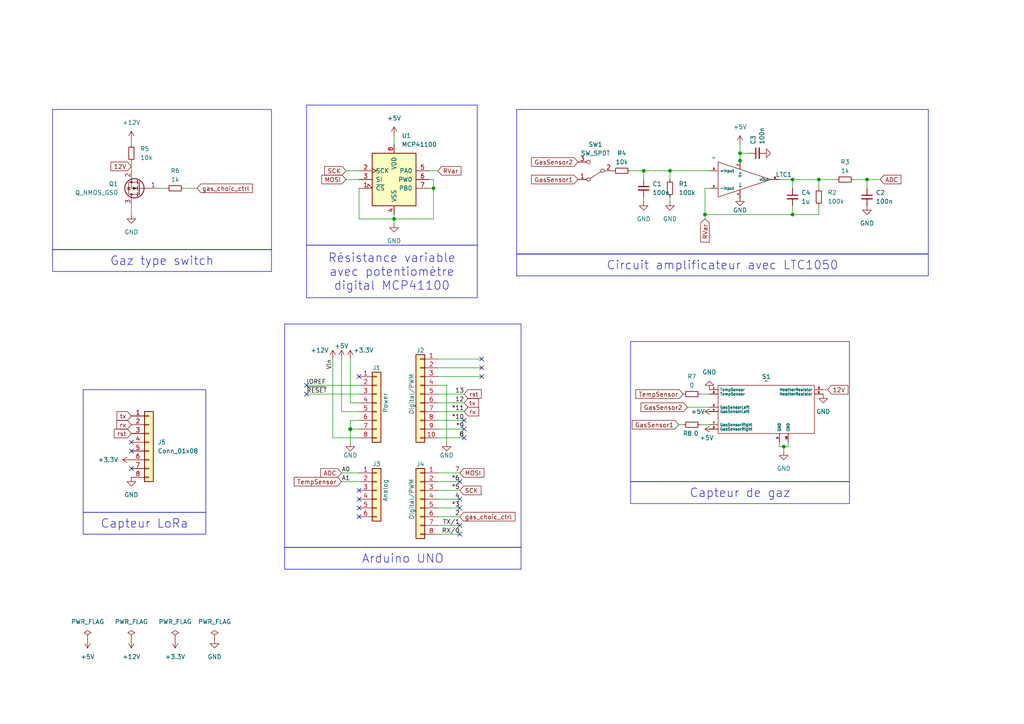
<source format=kicad_sch>
(kicad_sch (version 20231120) (generator "eeschema") (generator_version "8.0")
  (paper "A4")
  (title_block (title "Badr Cyril Cédric Brian") (date "2024-12-17") (company "INSA Toulouse"))
  (lib_symbols
    (symbol "+5V_1" (power) (pin_names (offset 0))
      (property "Value" "+5V_1" (at 0 3.556 0))
      (symbol "+5V_1_0_1"
        (polyline (pts (xy -0.762 1.27) (xy 0 2.54)))
        (polyline (pts (xy 0 0) (xy 0 2.54)))
        (polyline (pts (xy 0 2.54) (xy 0.762 1.27)))
      )
      (symbol "+5V_1_1_1"
        (pin power_in line (at 0 0 90) (length 0) hide (name "+5V") (number "1"))
      )
    )
    (symbol "+5V_2" (power) (pin_names (offset 0))
      (property "Value" "+5V_2" (at 0 3.556 0))
      (symbol "+5V_2_0_1"
        (polyline (pts (xy -0.762 1.27) (xy 0 2.54)))
        (polyline (pts (xy 0 0) (xy 0 2.54)))
        (polyline (pts (xy 0 2.54) (xy 0.762 1.27)))
      )
      (symbol "+5V_2_1_1"
        (pin power_in line (at 0 0 90) (length 0) hide (name "+5V") (number "1"))
      )
    )
    (symbol "Connector_Generic:Conn_01x06" (pin_names (offset 1.016) hide)
      (property "Reference" "J" (at 0 7.62 0))
      (property "Value" "Conn_01x06" (at 0 -10.16 0))
      (symbol "Conn_01x06_1_1"
        (rectangle (start -1.27 -7.493) (end 0 -7.747) (stroke (width 0.1524)))
        (rectangle (start -1.27 -4.953) (end 0 -5.207) (stroke (width 0.1524)))
        (rectangle (start -1.27 -2.413) (end 0 -2.667) (stroke (width 0.1524)))
        (rectangle (start -1.27 0.127) (end 0 -0.127) (stroke (width 0.1524)))
        (rectangle (start -1.27 2.667) (end 0 2.413) (stroke (width 0.1524)))
        (rectangle (start -1.27 5.207) (end 0 4.953) (stroke (width 0.1524)))
        (rectangle (start -1.27 6.35) (end 1.27 -8.89) (stroke (width 0.254)) (fill (type background)))
        (pin passive line (at -5.08 5.08 0) (length 3.81) (name "Pin_1") (number "1"))
        (pin passive line (at -5.08 2.54 0) (length 3.81) (name "Pin_2") (number "2"))
        (pin passive line (at -5.08 0 0) (length 3.81) (name "Pin_3") (number "3"))
        (pin passive line (at -5.08 -2.54 0) (length 3.81) (name "Pin_4") (number "4"))
        (pin passive line (at -5.08 -5.08 0) (length 3.81) (name "Pin_5") (number "5"))
        (pin passive line (at -5.08 -7.62 0) (length 3.81) (name "Pin_6") (number "6"))
      )
    )
    (symbol "Connector_Generic:Conn_01x08" (pin_names (offset 1.016) hide)
      (property "Reference" "J" (at 0 10.16 0))
      (property "Value" "Conn_01x08" (at 0 -12.7 0))
      (symbol "Conn_01x08_1_1"
        (rectangle (start -1.27 -10.033) (end 0 -10.287) (stroke (width 0.1524)))
        (rectangle (start -1.27 -7.493) (end 0 -7.747) (stroke (width 0.1524)))
        (rectangle (start -1.27 -4.953) (end 0 -5.207) (stroke (width 0.1524)))
        (rectangle (start -1.27 -2.413) (end 0 -2.667) (stroke (width 0.1524)))
        (rectangle (start -1.27 0.127) (end 0 -0.127) (stroke (width 0.1524)))
        (rectangle (start -1.27 2.667) (end 0 2.413) (stroke (width 0.1524)))
        (rectangle (start -1.27 5.207) (end 0 4.953) (stroke (width 0.1524)))
        (rectangle (start -1.27 7.747) (end 0 7.493) (stroke (width 0.1524)))
        (rectangle (start -1.27 8.89) (end 1.27 -11.43) (stroke (width 0.254)) (fill (type background)))
        (pin passive line (at -5.08 7.62 0) (length 3.81) (name "Pin_1") (number "1"))
        (pin passive line (at -5.08 5.08 0) (length 3.81) (name "Pin_2") (number "2"))
        (pin passive line (at -5.08 2.54 0) (length 3.81) (name "Pin_3") (number "3"))
        (pin passive line (at -5.08 0 0) (length 3.81) (name "Pin_4") (number "4"))
        (pin passive line (at -5.08 -2.54 0) (length 3.81) (name "Pin_5") (number "5"))
        (pin passive line (at -5.08 -5.08 0) (length 3.81) (name "Pin_6") (number "6"))
        (pin passive line (at -5.08 -7.62 0) (length 3.81) (name "Pin_7") (number "7"))
        (pin passive line (at -5.08 -10.16 0) (length 3.81) (name "Pin_8") (number "8"))
      )
    )
    (symbol "Connector_Generic:Conn_01x10" (pin_names (offset 1.016) hide)
      (property "Reference" "J" (at 0 12.7 0))
      (property "Value" "Conn_01x10" (at 0 -15.24 0))
      (symbol "Conn_01x10_1_1"
        (rectangle (start -1.27 -12.573) (end 0 -12.827) (stroke (width 0.1524)))
        (rectangle (start -1.27 -10.033) (end 0 -10.287) (stroke (width 0.1524)))
        (rectangle (start -1.27 -7.493) (end 0 -7.747) (stroke (width 0.1524)))
        (rectangle (start -1.27 -4.953) (end 0 -5.207) (stroke (width 0.1524)))
        (rectangle (start -1.27 -2.413) (end 0 -2.667) (stroke (width 0.1524)))
        (rectangle (start -1.27 0.127) (end 0 -0.127) (stroke (width 0.1524)))
        (rectangle (start -1.27 2.667) (end 0 2.413) (stroke (width 0.1524)))
        (rectangle (start -1.27 5.207) (end 0 4.953) (stroke (width 0.1524)))
        (rectangle (start -1.27 7.747) (end 0 7.493) (stroke (width 0.1524)))
        (rectangle (start -1.27 10.287) (end 0 10.033) (stroke (width 0.1524)))
        (rectangle (start -1.27 11.43) (end 1.27 -13.97) (stroke (width 0.254)) (fill (type background)))
        (pin passive line (at -5.08 10.16 0) (length 3.81) (name "Pin_1") (number "1"))
        (pin passive line (at -5.08 -12.7 0) (length 3.81) (name "Pin_10") (number "10"))
        (pin passive line (at -5.08 7.62 0) (length 3.81) (name "Pin_2") (number "2"))
        (pin passive line (at -5.08 5.08 0) (length 3.81) (name "Pin_3") (number "3"))
        (pin passive line (at -5.08 2.54 0) (length 3.81) (name "Pin_4") (number "4"))
        (pin passive line (at -5.08 0 0) (length 3.81) (name "Pin_5") (number "5"))
        (pin passive line (at -5.08 -2.54 0) (length 3.81) (name "Pin_6") (number "6"))
        (pin passive line (at -5.08 -5.08 0) (length 3.81) (name "Pin_7") (number "7"))
        (pin passive line (at -5.08 -7.62 0) (length 3.81) (name "Pin_8") (number "8"))
        (pin passive line (at -5.08 -10.16 0) (length 3.81) (name "Pin_9") (number "9"))
      )
    )
    (symbol "Device:C_Small" (pin_numbers hide) (pin_names (offset 0.254) hide)
      (property "Reference" "C" (at 0.254 1.778 0))
      (property "Value" "C_Small" (at 0.254 -2.032 0))
      (symbol "C_Small_0_1"
        (polyline (pts (xy -1.524 -0.508) (xy 1.524 -0.508)) (stroke (width 0.3302)))
        (polyline (pts (xy -1.524 0.508) (xy 1.524 0.508)) (stroke (width 0.3048)))
      )
      (symbol "C_Small_1_1"
        (pin passive line (at 0 2.54 270) (length 2.032) (name "~") (number "1"))
        (pin passive line (at 0 -2.54 90) (length 2.032) (name "~") (number "2"))
      )
    )
    (symbol "Device:Q_NMOS_GSD" (pin_names (offset 0) hide)
      (property "Reference" "Q" (at 5.08 1.27 0))
      (property "Value" "Q_NMOS_GSD" (at 5.08 -1.27 0))
      (symbol "Q_NMOS_GSD_0_1"
        (polyline (pts (xy 0.254 0) (xy -2.54 0)))
        (polyline (pts (xy 0.254 1.905) (xy 0.254 -1.905)) (stroke (width 0.254)))
        (polyline (pts (xy 0.762 -1.27) (xy 0.762 -2.286)) (stroke (width 0.254)))
        (polyline (pts (xy 0.762 0.508) (xy 0.762 -0.508)) (stroke (width 0.254)))
        (polyline (pts (xy 0.762 2.286) (xy 0.762 1.27)) (stroke (width 0.254)))
        (polyline (pts (xy 2.54 2.54) (xy 2.54 1.778)))
        (polyline (pts (xy 2.54 -2.54) (xy 2.54 0) (xy 0.762 0)))
        (polyline (pts (xy 0.762 -1.778) (xy 3.302 -1.778) (xy 3.302 1.778) (xy 0.762 1.778)))
        (polyline (pts (xy 1.016 0) (xy 2.032 0.381) (xy 2.032 -0.381) (xy 1.016 0)) (fill (type outline)))
        (polyline (pts (xy 2.794 0.508) (xy 2.921 0.381) (xy 3.683 0.381) (xy 3.81 0.254)))
        (polyline (pts (xy 3.302 0.381) (xy 2.921 -0.254) (xy 3.683 -0.254) (xy 3.302 0.381)))
        (circle (center 1.651 0) (radius 2.794) (stroke (width 0.254)))
        (circle (center 2.54 -1.778) (radius 0.254) (fill (type outline)))
        (circle (center 2.54 1.778) (radius 0.254) (fill (type outline)))
      )
      (symbol "Q_NMOS_GSD_1_1"
        (pin input line (at -5.08 0 0) (length 2.54) (name "G") (number "1"))
        (pin passive line (at 2.54 -5.08 90) (length 2.54) (name "S") (number "2"))
        (pin passive line (at 2.54 5.08 270) (length 2.54) (name "D") (number "3"))
      )
    )
    (symbol "Device:R_Small" (pin_numbers hide) (pin_names (offset 0.254) hide)
      (property "Reference" "R" (at 0.762 0.508 0))
      (property "Value" "R_Small" (at 0.762 -1.016 0))
      (symbol "R_Small_0_1"
        (rectangle (start -0.762 1.778) (end 0.762 -1.778) (stroke (width 0.2032)))
      )
      (symbol "R_Small_1_1"
        (pin passive line (at 0 2.54 270) (length 0.762) (name "~") (number "1"))
        (pin passive line (at 0 -2.54 90) (length 0.762) (name "~") (number "2"))
      )
    )
    (symbol "GND_1" (power) (pin_names (offset 0))
      (property "Value" "GND_1" (at 0 -3.81 0))
      (symbol "GND_1_0_1"
        (polyline (pts (xy 0 0) (xy 0 -1.27) (xy 1.27 -1.27) (xy 0 -2.54) (xy -1.27 -1.27) (xy 0 -1.27)))
      )
      (symbol "GND_1_1_1"
        (pin power_in line (at 0 0 270) (length 0) hide (name "GND") (number "1"))
      )
    )
    (symbol "GND_10" (power) (pin_names (offset 0))
      (property "Value" "GND_10" (at 0 -3.81 0))
      (symbol "GND_10_0_1"
        (polyline (pts (xy 0 0) (xy 0 -1.27) (xy 1.27 -1.27) (xy 0 -2.54) (xy -1.27 -1.27) (xy 0 -1.27)))
      )
      (symbol "GND_10_1_1"
        (pin power_in line (at 0 0 270) (length 0) hide (name "GND") (number "1"))
      )
    )
    (symbol "GND_2" (power) (pin_names (offset 0))
      (property "Value" "GND_2" (at 0 -3.81 0))
      (symbol "GND_2_0_1"
        (polyline (pts (xy 0 0) (xy 0 -1.27) (xy 1.27 -1.27) (xy 0 -2.54) (xy -1.27 -1.27) (xy 0 -1.27)))
      )
      (symbol "GND_2_1_1"
        (pin power_in line (at 0 0 270) (length 0) hide (name "GND") (number "1"))
      )
    )
    (symbol "GND_3" (power) (pin_names (offset 0))
      (property "Value" "GND_3" (at 0 -3.81 0))
      (symbol "GND_3_0_1"
        (polyline (pts (xy 0 0) (xy 0 -1.27) (xy 1.27 -1.27) (xy 0 -2.54) (xy -1.27 -1.27) (xy 0 -1.27)))
      )
      (symbol "GND_3_1_1"
        (pin power_in line (at 0 0 270) (length 0) hide (name "GND") (number "1"))
      )
    )
    (symbol "GND_4" (power) (pin_names (offset 0))
      (property "Value" "GND_4" (at 0 -3.81 0))
      (symbol "GND_4_0_1"
        (polyline (pts (xy 0 0) (xy 0 -1.27) (xy 1.27 -1.27) (xy 0 -2.54) (xy -1.27 -1.27) (xy 0 -1.27)))
      )
      (symbol "GND_4_1_1"
        (pin power_in line (at 0 0 270) (length 0) hide (name "GND") (number "1"))
      )
    )
    (symbol "GND_5" (power) (pin_names (offset 0))
      (property "Value" "GND_5" (at 0 -3.81 0))
      (symbol "GND_5_0_1"
        (polyline (pts (xy 0 0) (xy 0 -1.27) (xy 1.27 -1.27) (xy 0 -2.54) (xy -1.27 -1.27) (xy 0 -1.27)))
      )
      (symbol "GND_5_1_1"
        (pin power_in line (at 0 0 270) (length 0) hide (name "GND") (number "1"))
      )
    )
    (symbol "GND_6" (power) (pin_names (offset 0))
      (property "Value" "GND_6" (at 0 -3.81 0))
      (symbol "GND_6_0_1"
        (polyline (pts (xy 0 0) (xy 0 -1.27) (xy 1.27 -1.27) (xy 0 -2.54) (xy -1.27 -1.27) (xy 0 -1.27)))
      )
      (symbol "GND_6_1_1"
        (pin power_in line (at 0 0 270) (length 0) hide (name "GND") (number "1"))
      )
    )
    (symbol "GND_7" (power) (pin_names (offset 0))
      (property "Value" "GND_7" (at 0 -3.81 0))
      (symbol "GND_7_0_1"
        (polyline (pts (xy 0 0) (xy 0 -1.27) (xy 1.27 -1.27) (xy 0 -2.54) (xy -1.27 -1.27) (xy 0 -1.27)))
      )
      (symbol "GND_7_1_1"
        (pin power_in line (at 0 0 270) (length 0) hide (name "GND") (number "1"))
      )
    )
    (symbol "GND_8" (power) (pin_names (offset 0))
      (property "Value" "GND_8" (at 0 -3.81 0))
      (symbol "GND_8_0_1"
        (polyline (pts (xy 0 0) (xy 0 -1.27) (xy 1.27 -1.27) (xy 0 -2.54) (xy -1.27 -1.27) (xy 0 -1.27)))
      )
      (symbol "GND_8_1_1"
        (pin power_in line (at 0 0 270) (length 0) hide (name "GND") (number "1"))
      )
    )
    (symbol "GND_9" (power) (pin_names (offset 0))
      (property "Value" "GND_9" (at 0 -3.81 0))
      (symbol "GND_9_0_1"
        (polyline (pts (xy 0 0) (xy 0 -1.27) (xy 1.27 -1.27) (xy 0 -2.54) (xy -1.27 -1.27) (xy 0 -1.27)))
      )
      (symbol "GND_9_1_1"
        (pin power_in line (at 0 0 270) (length 0) hide (name "GND") (number "1"))
      )
    )
    (symbol "LTC1050_1"
      (property "Reference" "LTC1050" (at -1.27 0 0))
      (symbol "LTC1050_1_0_1"
        (polyline (pts (xy 1.27 -1.27) (xy 1.27 -11.43) (xy 16.51 -6.35) (xy 1.27 -1.27)))
      )
      (symbol "LTC1050_1_1_1"
        (pin input line (at -1.27 -8.89 0) (length 2.54) (name "-input") (number "2"))
        (pin input line (at -1.27 -3.81 0) (length 2.54) (name "+input") (number "3"))
        (pin input line (at 7.62 -11.85 90) (length 2.54) (name "v-") (number "4"))
        (pin output line (at 19.05 -6.35 180) (length 2.54) (name "vOut") (number "6"))
        (pin input line (at 7.62 -0.85 270) (length 2.54) (name "V+") (number "7"))
      )
    )
    (symbol "Potentiometer_Digital:MCP41100" (pin_names (offset 1.016))
      (property "Reference" "U" (at -6.35 8.89 0))
      (property "Value" "MCP41100" (at 1.27 8.89 0))
      (symbol "MCP41100_0_1"
        (rectangle (start -6.35 7.62) (end 6.35 -7.62) (stroke (width 0.254)) (fill (type background)))
      )
      (symbol "MCP41100_1_1"
        (pin input input_low (at -10.16 -2.54 0) (length 3.81) (name "~{CS}") (number "1"))
        (pin passive clock (at -10.16 2.54 0) (length 3.81) (name "SCK") (number "2"))
        (pin input line (at -10.16 0 0) (length 3.81) (name "SI") (number "3"))
        (pin power_in line (at 0 -10.16 90) (length 2.54) (name "VSS") (number "4"))
        (pin passive line (at 10.16 2.54 180) (length 3.81) (name "PA0") (number "5"))
        (pin passive line (at 10.16 0 180) (length 3.81) (name "PW0") (number "6"))
        (pin passive line (at 10.16 -2.54 180) (length 3.81) (name "PB0") (number "7"))
        (pin power_in line (at 0 10.16 270) (length 2.54) (name "VDD") (number "8"))
      )
    )
    (symbol "Switch:SW_SPDT" (pin_names (offset 0) hide)
      (property "Reference" "SW" (at 0 4.318 0))
      (property "Value" "SW_SPDT" (at 0 -5.08 0))
      (symbol "SW_SPDT_0_0"
        (circle (center -2.032 0) (radius 0.508))
        (circle (center 2.032 -2.54) (radius 0.508))
      )
      (symbol "SW_SPDT_0_1"
        (polyline (pts (xy -1.524 0.254) (xy 1.651 2.286)))
        (circle (center 2.032 2.54) (radius 0.508))
      )
      (symbol "SW_SPDT_1_1"
        (pin passive line (at 5.08 2.54 180) (length 2.54) (name "A") (number "1"))
        (pin passive line (at -5.08 0 0) (length 2.54) (name "B") (number "2"))
        (pin passive line (at 5.08 -2.54 180) (length 2.54) (name "C") (number "3"))
      )
    )
    (symbol "my_library:sensor_AIME"
      (property "Reference" "S" (at 0 2.54 0))
      (symbol "sensor_AIME_0_1"
        (polyline (pts (xy 0 -1.27) (xy -13.97 -1.27) (xy -13.97 -15.24) (xy 13.97 -15.24) (xy 13.97 -1.27) (xy 0 -1.27)))
      )
      (symbol "sensor_AIME_1_1"
        (pin passive line (at -16.51 -2.54 0) (length 2.54) (name "TempSensor") (number "1"))
        (pin power_in line (at 6.35 -17.78 90) (length 2.54) (name "GND") (number "10"))
        (pin passive line (at -16.51 -7.62 0) (length 2.54) (name "GasSensorLeft") (number "2"))
        (pin passive line (at 16.51 -2.54 180) (length 2.54) (name "HeatherResistor") (number "3"))
        (pin passive line (at -16.51 -8.89 0) (length 2.54) (name "GasSensorLeft") (number "4"))
        (pin power_in line (at 3.81 -17.78 90) (length 2.54) (name "GND") (number "5"))
        (pin passive line (at -16.51 -3.81 0) (length 2.54) (name "TempSensor") (number "6"))
        (pin passive line (at -16.51 -12.7 0) (length 2.54) (name "GasSensorRight") (number "7"))
        (pin passive line (at 16.51 -3.81 180) (length 2.54) (name "HeatherResistor") (number "8"))
        (pin passive line (at -16.51 -13.97 0) (length 2.54) (name "GasSensorRight") (number "9"))
      )
    )
    (symbol "power:+12V" (power) (pin_names (offset 0))
      (property "Value" "+12V" (at 0 3.556 0))
      (symbol "+12V_0_1"
        (polyline (pts (xy -0.762 1.27) (xy 0 2.54)))
        (polyline (pts (xy 0 0) (xy 0 2.54)))
        (polyline (pts (xy 0 2.54) (xy 0.762 1.27)))
      )
      (symbol "+12V_1_1"
        (pin power_in line (at 0 0 90) (length 0) hide (name "+12V") (number "1"))
      )
    )
    (symbol "power:+3.3V" (power) (pin_names (offset 0))
      (property "Value" "+3.3V" (at 0 3.556 0))
      (symbol "+3.3V_0_1"
        (polyline (pts (xy -0.762 1.27) (xy 0 2.54)))
        (polyline (pts (xy 0 0) (xy 0 2.54)))
        (polyline (pts (xy 0 2.54) (xy 0.762 1.27)))
      )
      (symbol "+3.3V_1_1"
        (pin power_in line (at 0 0 90) (length 0) hide (name "+3.3V") (number "1"))
      )
    )
    (symbol "power:GND" (power) (pin_names (offset 0))
      (property "Value" "GND" (at 0 -3.81 0))
      (symbol "GND_0_1"
        (polyline (pts (xy 0 0) (xy 0 -1.27) (xy 1.27 -1.27) (xy 0 -2.54) (xy -1.27 -1.27) (xy 0 -1.27)))
      )
      (symbol "GND_1_1"
        (pin power_in line (at 0 0 270) (length 0) hide (name "GND") (number "1"))
      )
    )
    (symbol "power:PWR_FLAG" (power) (pin_numbers hide) (pin_names (offset 0) hide)
      (property "Value" "PWR_FLAG" (at 0 3.81 0))
      (symbol "PWR_FLAG_0_0"
        (pin power_out line (at 0 0 90) (length 0) (name "pwr") (number "1"))
      )
      (symbol "PWR_FLAG_0_1"
        (polyline (pts (xy 0 0) (xy 0 1.27) (xy -1.016 1.905) (xy 0 2.54) (xy 1.016 1.905) (xy 0 1.27)))
      )
    )
  )
  (junction (at 194.31 49.53))
  (junction (at 229.87 52.07))
  (junction (at 251.46 52.07))
  (junction (at 237.49 52.07))
  (junction (at 101.6 124.46) (diameter 1.016))
  (junction (at 114.3 63.5))
  (junction (at 214.63 46.57))
  (junction (at 125.73 54.61))
  (junction (at 227.33 129.54))
  (junction (at 229.87 62.23))
  (junction (at 186.69 49.53))
  (junction (at 214.63 44.45))
  (junction (at 204.47 62.23))
  (no_connect (at 104.14 142.24))
  (no_connect (at 104.14 149.86))
  (no_connect (at 104.14 144.78))
  (no_connect (at 134.62 124.46))
  (no_connect (at 88.9 114.3))
  (no_connect (at 139.7 106.68))
  (no_connect (at 139.7 109.22))
  (no_connect (at 133.35 147.32))
  (no_connect (at 38.1 128.27))
  (no_connect (at 38.1 135.89))
  (no_connect (at 134.62 127))
  (no_connect (at 133.35 152.4))
  (no_connect (at 133.35 139.7))
  (no_connect (at 133.35 154.94))
  (no_connect (at 38.1 130.81))
  (no_connect (at 104.14 147.32))
  (no_connect (at 88.9 111.76))
  (no_connect (at 134.62 121.92))
  (no_connect (at 104.14 109.22))
  (no_connect (at 139.7 104.14))
  (no_connect (at 133.35 144.78))
  (wire (pts (xy 127 154.94) (xy 133.35 154.94)))
  (wire (pts (xy 124.46 52.07) (xy 125.73 52.07)))
  (wire (pts (xy 227.33 129.54) (xy 227.33 130.81)))
  (wire (pts (xy 186.69 57.15) (xy 186.69 58.42)))
  (wire (pts (xy 127 121.92) (xy 134.62 121.92)))
  (wire (pts (xy 214.63 46.57) (xy 214.63 46.99)))
  (wire (pts (xy 127 104.14) (xy 139.7 104.14)))
  (wire (pts (xy 203.2 123.19) (xy 205.74 123.19)))
  (wire (pts (xy 127 137.16) (xy 133.35 137.16)))
  (wire (pts (xy 101.6 121.92) (xy 101.6 124.46)))
  (wire (pts (xy 204.47 62.23) (xy 229.87 62.23)))
  (wire (pts (xy 104.14 54.61) (xy 104.14 63.5)))
  (wire (pts (xy 207.01 124.46) (xy 205.74 124.46)))
  (wire (pts (xy 247.65 52.07) (xy 251.46 52.07)))
  (wire (pts (xy 237.49 52.07) (xy 242.57 52.07)))
  (wire (pts (xy 124.46 49.53) (xy 127 49.53)))
  (wire (pts (xy 199.39 118.11) (xy 205.74 118.11)))
  (wire (pts (xy 198.12 123.19) (xy 196.85 123.19)))
  (wire (pts (xy 127 142.24) (xy 133.35 142.24)))
  (wire (pts (xy 101.6 124.46) (xy 101.6 128.27)))
  (wire (pts (xy 229.87 59.69) (xy 229.87 62.23)))
  (wire (pts (xy 101.6 116.84) (xy 104.14 116.84)))
  (wire (pts (xy 214.63 41.91) (xy 214.63 44.45)))
  (wire (pts (xy 194.31 57.15) (xy 194.31 58.42)))
  (wire (pts (xy 99.06 119.38) (xy 104.14 119.38)))
  (wire (pts (xy 204.47 62.23) (xy 204.47 54.61)))
  (wire (pts (xy 99.06 104.14) (xy 99.06 119.38)))
  (wire (pts (xy 251.46 52.07) (xy 255.27 52.07)))
  (wire (pts (xy 127 114.3) (xy 134.62 114.3)))
  (wire (pts (xy 100.33 49.53) (xy 104.14 49.53)))
  (wire (pts (xy 101.6 104.14) (xy 101.6 116.84)))
  (wire (pts (xy 45.72 54.61) (xy 48.26 54.61)))
  (wire (pts (xy 104.14 137.16) (xy 99.06 137.16)))
  (wire (pts (xy 127 116.84) (xy 134.62 116.84)))
  (wire (pts (xy 127 139.7) (xy 133.35 139.7)))
  (wire (pts (xy 226.06 52.07) (xy 229.87 52.07)))
  (wire (pts (xy 186.69 49.53) (xy 194.31 49.53)))
  (wire (pts (xy 227.33 129.54) (xy 228.6 129.54)))
  (wire (pts (xy 114.3 62.23) (xy 114.3 63.5)))
  (wire (pts (xy 237.49 59.69) (xy 237.49 62.23)))
  (wire (pts (xy 127 124.46) (xy 134.62 124.46)))
  (wire (pts (xy 207.01 119.38) (xy 205.74 119.38)))
  (wire (pts (xy 114.3 63.5) (xy 114.3 64.77)))
  (wire (pts (xy 127 144.78) (xy 133.35 144.78)))
  (wire (pts (xy 100.33 52.07) (xy 104.14 52.07)))
  (wire (pts (xy 88.9 111.76) (xy 104.14 111.76)))
  (wire (pts (xy 220.98 44.45) (xy 222.25 44.45)))
  (wire (pts (xy 240.03 113.03) (xy 238.76 113.03)))
  (wire (pts (xy 129.54 111.76) (xy 129.54 128.27)))
  (wire (pts (xy 226.06 129.54) (xy 227.33 129.54)))
  (wire (pts (xy 125.73 52.07) (xy 125.73 54.61)))
  (wire (pts (xy 127 109.22) (xy 139.7 109.22)))
  (wire (pts (xy 88.9 114.3) (xy 104.14 114.3)))
  (wire (pts (xy 204.47 63.5) (xy 204.47 62.23)))
  (wire (pts (xy 125.73 63.5) (xy 114.3 63.5)))
  (wire (pts (xy 104.14 124.46) (xy 101.6 124.46)))
  (wire (pts (xy 237.49 52.07) (xy 237.49 54.61)))
  (wire (pts (xy 114.3 39.37) (xy 114.3 41.91)))
  (wire (pts (xy 214.63 44.45) (xy 214.63 46.57)))
  (wire (pts (xy 125.73 54.61) (xy 125.73 63.5)))
  (wire (pts (xy 104.14 127) (xy 96.52 127)))
  (wire (pts (xy 99.06 139.7) (xy 104.14 139.7)))
  (wire (pts (xy 229.87 62.23) (xy 237.49 62.23)))
  (wire (pts (xy 226.06 128.27) (xy 226.06 129.54)))
  (wire (pts (xy 53.34 54.61) (xy 57.15 54.61)))
  (wire (pts (xy 251.46 52.07) (xy 251.46 54.61)))
  (wire (pts (xy 186.69 49.53) (xy 186.69 52.07)))
  (wire (pts (xy 214.63 44.45) (xy 217.17 44.45)))
  (wire (pts (xy 127 111.76) (xy 129.54 111.76)))
  (wire (pts (xy 104.14 121.92) (xy 101.6 121.92)))
  (wire (pts (xy 214.63 57.57) (xy 214.63 57.15)))
  (wire (pts (xy 127 119.38) (xy 134.62 119.38)))
  (wire (pts (xy 228.6 128.27) (xy 228.6 129.54)))
  (wire (pts (xy 229.87 52.07) (xy 237.49 52.07)))
  (wire (pts (xy 125.73 54.61) (xy 124.46 54.61)))
  (wire (pts (xy 229.87 52.07) (xy 229.87 54.61)))
  (wire (pts (xy 205.74 49.53) (xy 194.31 49.53)))
  (wire (pts (xy 38.1 40.64) (xy 38.1 41.91)))
  (wire (pts (xy 127 106.68) (xy 139.7 106.68)))
  (wire (pts (xy 204.47 54.61) (xy 205.74 54.61)))
  (wire (pts (xy 127 149.86) (xy 133.35 149.86)))
  (wire (pts (xy 127 147.32) (xy 133.35 147.32)))
  (wire (pts (xy 38.1 59.69) (xy 38.1 62.23)))
  (wire (pts (xy 203.2 114.3) (xy 205.74 114.3)))
  (wire (pts (xy 38.1 46.99) (xy 38.1 49.53)))
  (wire (pts (xy 104.14 63.5) (xy 114.3 63.5)))
  (wire (pts (xy 194.31 49.53) (xy 194.31 52.07)))
  (wire (pts (xy 127 152.4) (xy 133.35 152.4)))
  (wire (pts (xy 96.52 127) (xy 96.52 104.14)))
  (wire (pts (xy 182.88 49.53) (xy 186.69 49.53)))
  (wire (pts (xy 127 127) (xy 134.62 127)))
  (rectangle (start 24.13 113.03) (end 59.69 148.59))
  (rectangle (start 82.55 93.98) (end 151.13 158.75))
  (rectangle (start 15.24 31.75) (end 78.74 72.39))
  (rectangle (start 149.86 31.75) (end 269.24 73.66))
  (rectangle (start 182.88 99.06) (end 246.38 139.7))
  (rectangle (start 88.9 30.48) (end 138.43 71.12))
  (text_box "Capteur de gaz\n" (at 182.88 139.7 0) (size 63.5 6.35) (effects (font (size 2.5 2.5))))
  (text_box "Circuit amplificateur avec LTC1050\n\n" (at 149.86 73.66 0) (size 119.38 6.35) (effects (font (size 2.5 2.5))))
  (text_box "Capteur LoRa\n\n" (at 24.13 148.59 0) (size 35.56 6.35) (effects (font (size 2.5 2.5))))
  (text_box "Résistance variable avec potentiomètre digital MCP41100\n\n" (at 88.9 71.12 0) (size 49.53 15.24) (effects (font (size 2.5 2.5))))
  (text_box "Arduino UNO" (at 82.55 158.75 0) (size 68.58 6.35) (effects (font (size 2.5 2.5))))
  (text_box "Gaz type switch\n" (at 15.24 72.39 0) (size 63.5 6.35) (effects (font (size 2.5 2.5))))
  (label "RX{slash}0" (at 133.35 154.94 180))
  (label "4" (at 133.35 144.78 180))
  (label "2" (at 133.35 149.86 180))
  (label "13" (at 134.62 114.3 180))
  (label "12" (at 134.62 116.84 180))
  (label "~{RESET}" (at 88.9 114.3 0))
  (label "*10" (at 134.62 121.92 180))
  (label "7" (at 133.35 137.16 180))
  (label "8" (at 134.62 127 180))
  (label "*11" (at 134.62 119.38 180))
  (label "*3" (at 133.35 147.32 180))
  (label "A1" (at 99.06 139.7 0))
  (label "TX{slash}1" (at 133.35 152.4 180))
  (label "A0" (at 99.06 137.16 0))
  (label "Vin" (at 96.52 104.14 270))
  (label "*6" (at 133.35 139.7 180))
  (label "*9" (at 134.62 124.46 180))
  (label "*5" (at 133.35 142.24 180))
  (label "IOREF" (at 88.9 111.76 0))
  (global_label "rx" (shape input) (at 38.1 123.19 180) (property "Intersheetrefs" "${INTERSHEET_REFS}" (effects (hide yes))))
  (global_label "RVar" (shape input) (at 204.47 63.5 270) (property "Intersheetrefs" "${INTERSHEET_REFS}" (effects (hide yes))))
  (global_label "12V" (shape input) (at 38.1 48.26 180) (property "Intersheetrefs" "${INTERSHEET_REFS}" (effects (hide yes))))
  (global_label "12V" (shape input) (at 240.03 113.03 0) (property "Intersheetrefs" "${INTERSHEET_REFS}" (effects (hide yes))))
  (global_label "TempSensor" (shape input) (at 99.06 139.7 180) (property "Intersheetrefs" "${INTERSHEET_REFS}" (effects (hide yes))))
  (global_label "MOSI" (shape input) (at 133.35 137.16 0) (property "Intersheetrefs" "${INTERSHEET_REFS}" (effects (hide yes))))
  (global_label "GasSensor1" (shape input) (at 196.85 123.19 180) (property "Intersheetrefs" "${INTERSHEET_REFS}" (effects (hide yes))))
  (global_label "rst" (shape input) (at 134.62 114.3 0) (property "Intersheetrefs" "${INTERSHEET_REFS}" (effects (hide yes))))
  (global_label "ADC" (shape input) (at 99.06 137.16 180) (property "Intersheetrefs" "${INTERSHEET_REFS}" (effects (hide yes))))
  (global_label "tx" (shape input) (at 134.62 116.84 0) (property "Intersheetrefs" "${INTERSHEET_REFS}" (effects (hide yes))))
  (global_label "rx" (shape input) (at 134.62 119.38 0) (property "Intersheetrefs" "${INTERSHEET_REFS}" (effects (hide yes))))
  (global_label "tx" (shape input) (at 38.1 120.65 180) (property "Intersheetrefs" "${INTERSHEET_REFS}" (effects (hide yes))))
  (global_label "SCK" (shape input) (at 133.35 142.24 0) (property "Intersheetrefs" "${INTERSHEET_REFS}" (effects (hide yes))))
  (global_label "GasSensor2" (shape input) (at 167.64 46.99 180) (property "Intersheetrefs" "${INTERSHEET_REFS}" (effects (hide yes))))
  (global_label "RVar" (shape input) (at 127 49.53 0) (property "Intersheetrefs" "${INTERSHEET_REFS}" (effects (hide yes))))
  (global_label "rst" (shape input) (at 38.1 125.73 180) (property "Intersheetrefs" "${INTERSHEET_REFS}" (effects (hide yes))))
  (global_label "ADC" (shape input) (at 255.27 52.07 0) (property "Intersheetrefs" "${INTERSHEET_REFS}" (effects (hide yes))))
  (global_label "GasSensor1" (shape input) (at 167.64 52.07 180) (property "Intersheetrefs" "${INTERSHEET_REFS}" (effects (hide yes))))
  (global_label "gas_choic_ctrl" (shape input) (at 133.35 149.86 0) (property "Intersheetrefs" "${INTERSHEET_REFS}" (effects (hide yes))))
  (global_label "TempSensor" (shape input) (at 198.12 114.3 180) (property "Intersheetrefs" "${INTERSHEET_REFS}" (effects (hide yes))))
  (global_label "MOSI" (shape input) (at 100.33 52.07 180) (property "Intersheetrefs" "${INTERSHEET_REFS}" (effects (hide yes))))
  (global_label "gas_choic_ctrl" (shape input) (at 57.15 54.61 0) (property "Intersheetrefs" "${INTERSHEET_REFS}" (effects (hide yes))))
  (global_label "GasSensor2" (shape input) (at 199.39 118.11 180) (property "Intersheetrefs" "${INTERSHEET_REFS}" (effects (hide yes))))
  (global_label "SCK" (shape input) (at 100.33 49.53 180) (property "Intersheetrefs" "${INTERSHEET_REFS}" (effects (hide yes))))
  (symbol (lib_id "Connector_Generic:Conn_01x08") (at 109.22 116.84 0) (unit 1)
    (property "Reference" "J1" (at 109.22 106.68 0))
    (property "Value" "Power" (at 111.76 116.84 90))
    (property "Footprint" "Connector_PinSocket_2.54mm:PinSocket_1x08_P2.54mm_Vertical" (effects (hide yes)))
  )
  (symbol (lib_id "power:GND") (at 101.6 128.27 0) (unit 1)
    (property "Reference" "#PWR04" (effects (hide yes)))
    (property "Value" "GND" (at 101.6 132.08 0))
  )
  (symbol (lib_id "Connector_Generic:Conn_01x10") (at 121.92 114.3 0) (mirror y) (unit 1)
    (property "Reference" "J2" (at 121.92 101.6 0))
    (property "Value" "Digital/PWM" (at 119.38 114.3 90))
    (property "Footprint" "Connector_PinSocket_2.54mm:PinSocket_1x10_P2.54mm_Vertical" (effects (hide yes)))
  )
  (symbol (lib_id "power:GND") (at 129.54 128.27 0) (unit 1)
    (property "Reference" "#PWR05" (effects (hide yes)))
    (property "Value" "GND" (at 129.54 132.08 0))
  )
  (symbol (lib_id "Connector_Generic:Conn_01x06") (at 109.22 142.24 0) (unit 1)
    (property "Reference" "J3" (at 109.22 134.62 0))
    (property "Value" "Analog" (at 111.76 142.24 90))
    (property "Footprint" "Connector_PinSocket_2.54mm:PinSocket_1x06_P2.54mm_Vertical" (effects (hide yes)))
  )
  (symbol (lib_id "Connector_Generic:Conn_01x08") (at 121.92 144.78 0) (mirror y) (unit 1)
    (property "Reference" "J4" (at 121.92 134.62 0))
    (property "Value" "Digital/PWM" (at 119.38 144.78 90))
    (property "Footprint" "Connector_PinSocket_2.54mm:PinSocket_1x08_P2.54mm_Vertical" (effects (hide yes)))
  )
  (symbol (lib_name "GND_4") (lib_id "power:GND") (at 194.31 58.42 0) (unit 1)
    (property "Reference" "#PWR010" (effects (hide yes)))
    (property "Value" "GND" (at 194.31 63.5 0))
  )
  (symbol (lib_name "GND_2") (lib_id "power:GND") (at 251.46 59.69 0) (unit 1)
    (property "Reference" "#PWR08" (effects (hide yes)))
    (property "Value" "GND" (at 251.46 64.77 0))
  )
  (symbol (lib_id "Device:R_Small") (at 237.49 57.15 180) (unit 1)
    (property "Reference" "R2" (at 240.03 55.88 0) (effects (justify right)))
    (property "Value" "100k" (at 240.03 58.42 0) (effects (justify right)))
    (property "Footprint" "Resistor_THT:R_Axial_DIN0204_L3.6mm_D1.6mm_P5.08mm_Horizontal" (effects (hide yes)))
  )
  (symbol (lib_id "Device:C_Small") (at 186.69 54.61 0) (unit 1)
    (property "Reference" "C1" (at 189.23 53.3463 0) (effects (justify left)))
    (property "Value" "100n" (at 189.23 55.8863 0) (effects (justify left)))
    (property "Footprint" "Capacitor_THT:C_Disc_D3.0mm_W1.6mm_P2.50mm" (effects (hide yes)))
  )
  (symbol (lib_name "GND_6") (lib_id "power:GND") (at 227.33 130.81 0) (unit 1)
    (property "Reference" "#PWR013" (effects (hide yes)))
    (property "Value" "GND" (at 227.33 135.89 0))
  )
  (symbol (lib_id "Device:R_Small") (at 38.1 44.45 0) (unit 1)
    (property "Reference" "R5" (at 40.64 43.18 0) (effects (justify left)))
    (property "Value" "10k" (at 40.64 45.72 0) (effects (justify left)))
    (property "Footprint" "Resistor_THT:R_Axial_DIN0204_L3.6mm_D1.6mm_P5.08mm_Horizontal" (effects (hide yes)))
  )
  (symbol (lib_name "GND_5") (lib_id "power:GND") (at 205.74 113.03 180) (unit 1)
    (property "Reference" "#PWR012" (effects (hide yes)))
    (property "Value" "GND" (at 205.74 107.95 0))
  )
  (symbol (lib_id "Device:R_Small") (at 245.11 52.07 90) (unit 1)
    (property "Reference" "R3" (at 245.11 46.99 90))
    (property "Value" "1k" (at 245.11 49.53 90))
    (property "Footprint" "Resistor_THT:R_Axial_DIN0204_L3.6mm_D1.6mm_P5.08mm_Horizontal" (effects (hide yes)))
  )
  (symbol (lib_name "+5V_1") (lib_id "power:+5V") (at 25.4 185.42 180) (unit 1)
    (property "Reference" "#PWR023" (effects (hide yes)))
    (property "Value" "+5V" (at 25.4 190.5 0))
  )
  (symbol (lib_name "GND_4") (lib_id "power:GND") (at 186.69 58.42 0) (unit 1)
    (property "Reference" "#PWR011" (effects (hide yes)))
    (property "Value" "GND" (at 186.69 63.5 0))
  )
  (symbol (lib_id "Connector_Generic:Conn_01x08") (at 43.18 128.27 0) (unit 1)
    (property "Reference" "J5" (at 45.72 128.27 0) (effects (justify left)))
    (property "Value" "Conn_01x08" (at 45.72 130.81 0) (effects (justify left)))
    (property "Footprint" "Connector_PinSocket_2.54mm:PinSocket_1x08_P2.54mm_Vertical" (effects (hide yes)))
  )
  (symbol (lib_id "Device:R_Small") (at 180.34 49.53 270) (unit 1)
    (property "Reference" "R4" (at 180.34 44.45 90))
    (property "Value" "10k" (at 180.34 46.99 90))
    (property "Footprint" "Resistor_THT:R_Axial_DIN0204_L3.6mm_D1.6mm_P5.08mm_Horizontal" (effects (hide yes)))
  )
  (symbol (lib_id "Device:C_Small") (at 251.46 57.15 0) (unit 1)
    (property "Reference" "C2" (at 254 55.8863 0) (effects (justify left)))
    (property "Value" "100n" (at 254 58.4263 0) (effects (justify left)))
    (property "Footprint" "Capacitor_THT:C_Disc_D3.0mm_W1.6mm_P2.50mm" (effects (hide yes)))
  )
  (symbol (lib_name "GND_1") (lib_id "power:GND") (at 220.98 44.45 90) (unit 1)
    (property "Reference" "#PWR07" (effects (hide yes)))
    (property "Value" "GND" (effects (hide yes)))
  )
  (symbol (lib_name "+5V_1") (lib_id "power:+5V") (at 114.3 39.37 0) (unit 1)
    (property "Reference" "#PWR020" (effects (hide yes)))
    (property "Value" "+5V" (at 114.3 34.29 0))
  )
  (symbol (lib_id "power:PWR_FLAG") (at 62.23 185.42 0) (unit 1)
    (property "Reference" "#FLG04" (effects (hide yes)))
    (property "Value" "PWR_FLAG" (at 62.23 180.34 0))
  )
  (symbol (lib_name "GND_8") (lib_id "power:GND") (at 38.1 62.23 0) (unit 1)
    (property "Reference" "#PWR016" (effects (hide yes)))
    (property "Value" "GND" (at 38.1 67.31 0))
  )
  (symbol (lib_id "Device:R_Small") (at 194.31 54.61 180) (unit 1)
    (property "Reference" "R1" (at 196.85 53.34 0) (effects (justify right)))
    (property "Value" "100k" (at 196.85 55.88 0) (effects (justify right)))
    (property "Footprint" "Resistor_THT:R_Axial_DIN0204_L3.6mm_D1.6mm_P5.08mm_Horizontal" (effects (hide yes)))
  )
  (symbol (lib_name "GND_10") (lib_id "power:GND") (at 114.3 64.77 0) (unit 1)
    (property "Reference" "#PWR021" (effects (hide yes)))
    (property "Value" "GND" (at 114.3 69.85 0))
  )
  (symbol (lib_name "GND_6") (lib_id "power:GND") (at 62.23 185.42 0) (unit 1)
    (property "Reference" "#PWR026" (effects (hide yes)))
    (property "Value" "GND" (at 62.23 190.5 0))
  )
  (symbol (lib_name "LTC1050_1") (lib_id "my_library:LTC1050") (at 207.01 45.72 0) (unit 1)
    (property "Reference" "LTC1" (at 227.33 50.6389 0))
    (property "Value" "~" (at 207.01 45.72 0))
    (property "Footprint" "Package_DIP:DIP-8_W7.62mm_LongPads" (effects (hide yes)))
  )
  (symbol (lib_id "power:+3.3V") (at 50.8 185.42 180) (unit 1)
    (property "Reference" "#PWR025" (effects (hide yes)))
    (property "Value" "+3.3V" (at 50.8 190.5 0))
  )
  (symbol (lib_name "+5V_2") (lib_id "power:+5V") (at 207.01 119.38 90) (unit 1)
    (property "Reference" "#PWR01" (effects (hide yes)))
    (property "Value" "+5V" (at 204.47 119.38 90) (effects (justify left)))
  )
  (symbol (lib_id "power:+12V") (at 96.52 104.14 0) (unit 1)
    (property "Reference" "#PWR022" (effects (hide yes)))
    (property "Value" "+12V" (at 92.71 101.6 0))
  )
  (symbol (lib_id "Potentiometer_Digital:MCP41100") (at 114.3 52.07 0) (unit 1)
    (property "Reference" "U1" (at 116.4941 39.37 0) (effects (justify left)))
    (property "Value" "MCP41100" (at 116.4941 41.91 0) (effects (justify left)))
    (property "Footprint" "Package_DIP:DIP-8_W7.62mm" (effects (hide yes)))
    (property "Datasheet" "http://ww1.microchip.com/downloads/en/DeviceDoc/11195c.pdf" (effects (hide yes)))
  )
  (symbol (lib_id "power:PWR_FLAG") (at 50.8 185.42 0) (unit 1)
    (property "Reference" "#FLG03" (effects (hide yes)))
    (property "Value" "PWR_FLAG" (at 50.8 180.34 0))
  )
  (symbol (lib_id "power:+12V") (at 38.1 40.64 0) (unit 1)
    (property "Reference" "#PWR017" (effects (hide yes)))
    (property "Value" "+12V" (at 38.1 35.56 0))
  )
  (symbol (lib_id "Switch:SW_SPDT") (at 172.72 49.53 180) (unit 1)
    (property "Reference" "SW1" (at 172.72 41.91 0))
    (property "Value" "SW_SPDT" (at 172.72 44.45 0))
    (property "Footprint" "Button_Switch_THT:SW_Push_2P2T_Toggle_CK_PVA2xxH2xxxxxxV2" (effects (hide yes)))
  )
  (symbol (lib_id "Device:C_Small") (at 219.71 44.45 90) (unit 1)
    (property "Reference" "C3" (at 218.4463 41.91 0) (effects (justify left)))
    (property "Value" "100n" (at 220.9863 41.91 0) (effects (justify left)))
    (property "Footprint" "Capacitor_THT:C_Disc_D3.0mm_W1.6mm_P2.50mm" (effects (hide yes)))
  )
  (symbol (lib_name "GND_3") (lib_id "power:GND") (at 214.63 57.15 0) (unit 1)
    (property "Reference" "#PWR09" (effects (hide yes)))
    (property "Value" "GND" (at 214.63 60.96 0))
  )
  (symbol (lib_name "+5V_1") (lib_id "power:+5V") (at 99.06 104.14 0) (unit 1)
    (property "Reference" "#PWR02" (effects (hide yes)))
    (property "Value" "+5V" (at 99.06 100.33 0))
  )
  (symbol (lib_id "Device:R_Small") (at 200.66 123.19 90) (unit 1)
    (property "Reference" "R8" (at 199.39 125.73 90))
    (property "Value" "0" (at 201.93 125.73 90))
    (property "Footprint" "Resistor_THT:R_Axial_DIN0204_L3.6mm_D1.6mm_P5.08mm_Horizontal" (effects (hide yes)))
  )
  (symbol (lib_id "power:PWR_FLAG") (at 25.4 185.42 0) (unit 1)
    (property "Reference" "#FLG01" (effects (hide yes)))
    (property "Value" "PWR_FLAG" (at 25.4 180.34 0))
  )
  (symbol (lib_id "Device:C_Small") (at 229.87 57.15 0) (unit 1)
    (property "Reference" "C4" (at 232.41 55.8863 0) (effects (justify left)))
    (property "Value" "1u" (at 232.41 58.4263 0) (effects (justify left)))
    (property "Footprint" "Capacitor_THT:C_Disc_D3.0mm_W1.6mm_P2.50mm" (effects (hide yes)))
  )
  (symbol (lib_id "power:PWR_FLAG") (at 38.1 185.42 0) (unit 1)
    (property "Reference" "#FLG02" (effects (hide yes)))
    (property "Value" "PWR_FLAG" (at 38.1 180.34 0))
  )
  (symbol (lib_name "GND_7") (lib_id "power:GND") (at 238.76 114.3 0) (unit 1)
    (property "Reference" "#PWR014" (effects (hide yes)))
    (property "Value" "GND" (at 238.76 119.38 0))
  )
  (symbol (lib_id "Device:Q_NMOS_GSD") (at 40.64 54.61 180) (unit 1)
    (property "Reference" "Q1" (at 34.29 53.34 0) (effects (justify left)))
    (property "Value" "Q_NMOS_GSD" (at 34.29 55.88 0) (effects (justify left)))
    (property "Footprint" "Package_TO_SOT_THT:TO-220-3_Vertical" (effects (hide yes)))
  )
  (symbol (lib_id "Device:R_Small") (at 200.66 114.3 90) (unit 1)
    (property "Reference" "R7" (at 200.66 109.22 90))
    (property "Value" "0" (at 200.66 111.76 90))
    (property "Footprint" "Resistor_THT:R_Axial_DIN0204_L3.6mm_D1.6mm_P5.08mm_Horizontal" (effects (hide yes)))
  )
  (symbol (lib_name "GND_9") (lib_id "power:GND") (at 38.1 138.43 0) (unit 1)
    (property "Reference" "#PWR018" (effects (hide yes)))
    (property "Value" "GND" (at 38.1 143.51 0))
  )
  (symbol (lib_id "power:+3.3V") (at 101.6 104.14 0) (unit 1)
    (property "Reference" "#PWR03" (effects (hide yes)))
    (property "Value" "+3.3V" (at 105.41 101.6 0))
  )
  (symbol (lib_id "Device:R_Small") (at 50.8 54.61 270) (unit 1)
    (property "Reference" "R6" (at 50.8 49.53 90))
    (property "Value" "1k" (at 50.8 52.07 90))
    (property "Footprint" "Resistor_THT:R_Axial_DIN0204_L3.6mm_D1.6mm_P5.08mm_Horizontal" (effects (hide yes)))
  )
  (symbol (lib_name "+5V_1") (lib_id "power:+5V") (at 214.63 41.91 0) (unit 1)
    (property "Reference" "#PWR06" (effects (hide yes)))
    (property "Value" "+5V" (at 214.63 36.83 0))
  )
  (symbol (lib_name "+5V_2") (lib_id "power:+5V") (at 207.01 124.46 90) (unit 1)
    (property "Reference" "#PWR015" (effects (hide yes)))
    (property "Value" "+5V" (at 207.01 127 90) (effects (justify left)))
  )
  (symbol (lib_id "power:+3.3V") (at 38.1 133.35 90) (unit 1)
    (property "Reference" "#PWR019" (effects (hide yes)))
    (property "Value" "+3.3V" (at 34.29 133.35 90) (effects (justify left)))
  )
  (symbol (lib_id "power:+12V") (at 38.1 185.42 180) (unit 1)
    (property "Reference" "#PWR024" (effects (hide yes)))
    (property "Value" "+12V" (at 38.1 190.5 0))
  )
  (symbol (lib_id "my_library:sensor_AIME") (at 222.25 110.49 0) (unit 1)
    (property "Reference" "S1" (at 222.25 109.22 0))
    (property "Value" "~" (at 222.25 110.49 0))
    (property "Footprint" "Package_TO_SOT_THT:TO-5-10_Window" (effects (hide yes)))
  )
)
</source>
